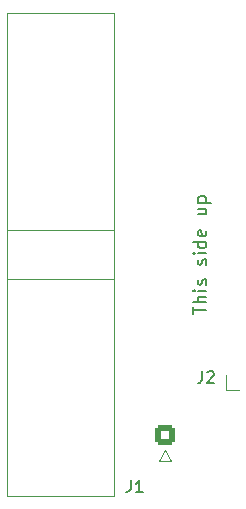
<source format=gbr>
%TF.GenerationSoftware,KiCad,Pcbnew,7.0.11*%
%TF.CreationDate,2025-03-11T16:20:29+01:00*%
%TF.ProjectId,pal-2-sd-shield-adapter,70616c2d-322d-4736-942d-736869656c64,rev?*%
%TF.SameCoordinates,Original*%
%TF.FileFunction,Legend,Top*%
%TF.FilePolarity,Positive*%
%FSLAX46Y46*%
G04 Gerber Fmt 4.6, Leading zero omitted, Abs format (unit mm)*
G04 Created by KiCad (PCBNEW 7.0.11) date 2025-03-11 16:20:29*
%MOMM*%
%LPD*%
G01*
G04 APERTURE LIST*
G04 Aperture macros list*
%AMRoundRect*
0 Rectangle with rounded corners*
0 $1 Rounding radius*
0 $2 $3 $4 $5 $6 $7 $8 $9 X,Y pos of 4 corners*
0 Add a 4 corners polygon primitive as box body*
4,1,4,$2,$3,$4,$5,$6,$7,$8,$9,$2,$3,0*
0 Add four circle primitives for the rounded corners*
1,1,$1+$1,$2,$3*
1,1,$1+$1,$4,$5*
1,1,$1+$1,$6,$7*
1,1,$1+$1,$8,$9*
0 Add four rect primitives between the rounded corners*
20,1,$1+$1,$2,$3,$4,$5,0*
20,1,$1+$1,$4,$5,$6,$7,0*
20,1,$1+$1,$6,$7,$8,$9,0*
20,1,$1+$1,$8,$9,$2,$3,0*%
G04 Aperture macros list end*
%ADD10C,0.200000*%
%ADD11C,0.150000*%
%ADD12C,0.120000*%
%ADD13RoundRect,0.250000X0.600000X0.600000X-0.600000X0.600000X-0.600000X-0.600000X0.600000X-0.600000X0*%
%ADD14C,1.700000*%
%ADD15R,1.700000X1.700000*%
%ADD16O,1.700000X1.700000*%
G04 APERTURE END LIST*
D10*
X77168480Y-95658571D02*
X77168480Y-95029999D01*
X78268480Y-95344285D02*
X77168480Y-95344285D01*
X78268480Y-94663333D02*
X77168480Y-94663333D01*
X78268480Y-94191904D02*
X77692290Y-94191904D01*
X77692290Y-94191904D02*
X77587528Y-94244285D01*
X77587528Y-94244285D02*
X77535147Y-94349047D01*
X77535147Y-94349047D02*
X77535147Y-94506190D01*
X77535147Y-94506190D02*
X77587528Y-94610952D01*
X77587528Y-94610952D02*
X77639909Y-94663333D01*
X78268480Y-93668095D02*
X77535147Y-93668095D01*
X77168480Y-93668095D02*
X77220861Y-93720476D01*
X77220861Y-93720476D02*
X77273242Y-93668095D01*
X77273242Y-93668095D02*
X77220861Y-93615714D01*
X77220861Y-93615714D02*
X77168480Y-93668095D01*
X77168480Y-93668095D02*
X77273242Y-93668095D01*
X78216100Y-93196666D02*
X78268480Y-93091904D01*
X78268480Y-93091904D02*
X78268480Y-92882380D01*
X78268480Y-92882380D02*
X78216100Y-92777618D01*
X78216100Y-92777618D02*
X78111338Y-92725237D01*
X78111338Y-92725237D02*
X78058957Y-92725237D01*
X78058957Y-92725237D02*
X77954195Y-92777618D01*
X77954195Y-92777618D02*
X77901814Y-92882380D01*
X77901814Y-92882380D02*
X77901814Y-93039523D01*
X77901814Y-93039523D02*
X77849433Y-93144285D01*
X77849433Y-93144285D02*
X77744671Y-93196666D01*
X77744671Y-93196666D02*
X77692290Y-93196666D01*
X77692290Y-93196666D02*
X77587528Y-93144285D01*
X77587528Y-93144285D02*
X77535147Y-93039523D01*
X77535147Y-93039523D02*
X77535147Y-92882380D01*
X77535147Y-92882380D02*
X77587528Y-92777618D01*
X78216100Y-91468095D02*
X78268480Y-91363333D01*
X78268480Y-91363333D02*
X78268480Y-91153809D01*
X78268480Y-91153809D02*
X78216100Y-91049047D01*
X78216100Y-91049047D02*
X78111338Y-90996666D01*
X78111338Y-90996666D02*
X78058957Y-90996666D01*
X78058957Y-90996666D02*
X77954195Y-91049047D01*
X77954195Y-91049047D02*
X77901814Y-91153809D01*
X77901814Y-91153809D02*
X77901814Y-91310952D01*
X77901814Y-91310952D02*
X77849433Y-91415714D01*
X77849433Y-91415714D02*
X77744671Y-91468095D01*
X77744671Y-91468095D02*
X77692290Y-91468095D01*
X77692290Y-91468095D02*
X77587528Y-91415714D01*
X77587528Y-91415714D02*
X77535147Y-91310952D01*
X77535147Y-91310952D02*
X77535147Y-91153809D01*
X77535147Y-91153809D02*
X77587528Y-91049047D01*
X78268480Y-90525238D02*
X77535147Y-90525238D01*
X77168480Y-90525238D02*
X77220861Y-90577619D01*
X77220861Y-90577619D02*
X77273242Y-90525238D01*
X77273242Y-90525238D02*
X77220861Y-90472857D01*
X77220861Y-90472857D02*
X77168480Y-90525238D01*
X77168480Y-90525238D02*
X77273242Y-90525238D01*
X78268480Y-89529999D02*
X77168480Y-89529999D01*
X78216100Y-89529999D02*
X78268480Y-89634761D01*
X78268480Y-89634761D02*
X78268480Y-89844285D01*
X78268480Y-89844285D02*
X78216100Y-89949047D01*
X78216100Y-89949047D02*
X78163719Y-90001428D01*
X78163719Y-90001428D02*
X78058957Y-90053809D01*
X78058957Y-90053809D02*
X77744671Y-90053809D01*
X77744671Y-90053809D02*
X77639909Y-90001428D01*
X77639909Y-90001428D02*
X77587528Y-89949047D01*
X77587528Y-89949047D02*
X77535147Y-89844285D01*
X77535147Y-89844285D02*
X77535147Y-89634761D01*
X77535147Y-89634761D02*
X77587528Y-89529999D01*
X78216100Y-88587142D02*
X78268480Y-88691904D01*
X78268480Y-88691904D02*
X78268480Y-88901428D01*
X78268480Y-88901428D02*
X78216100Y-89006190D01*
X78216100Y-89006190D02*
X78111338Y-89058571D01*
X78111338Y-89058571D02*
X77692290Y-89058571D01*
X77692290Y-89058571D02*
X77587528Y-89006190D01*
X77587528Y-89006190D02*
X77535147Y-88901428D01*
X77535147Y-88901428D02*
X77535147Y-88691904D01*
X77535147Y-88691904D02*
X77587528Y-88587142D01*
X77587528Y-88587142D02*
X77692290Y-88534761D01*
X77692290Y-88534761D02*
X77797052Y-88534761D01*
X77797052Y-88534761D02*
X77901814Y-89058571D01*
X77535147Y-86753809D02*
X78268480Y-86753809D01*
X77535147Y-87225238D02*
X78111338Y-87225238D01*
X78111338Y-87225238D02*
X78216100Y-87172857D01*
X78216100Y-87172857D02*
X78268480Y-87068095D01*
X78268480Y-87068095D02*
X78268480Y-86910952D01*
X78268480Y-86910952D02*
X78216100Y-86806190D01*
X78216100Y-86806190D02*
X78163719Y-86753809D01*
X77535147Y-86230000D02*
X78635147Y-86230000D01*
X77587528Y-86230000D02*
X77535147Y-86125238D01*
X77535147Y-86125238D02*
X77535147Y-85915714D01*
X77535147Y-85915714D02*
X77587528Y-85810952D01*
X77587528Y-85810952D02*
X77639909Y-85758571D01*
X77639909Y-85758571D02*
X77744671Y-85706190D01*
X77744671Y-85706190D02*
X78058957Y-85706190D01*
X78058957Y-85706190D02*
X78163719Y-85758571D01*
X78163719Y-85758571D02*
X78216100Y-85810952D01*
X78216100Y-85810952D02*
X78268480Y-85915714D01*
X78268480Y-85915714D02*
X78268480Y-86125238D01*
X78268480Y-86125238D02*
X78216100Y-86230000D01*
D11*
X71866666Y-109724819D02*
X71866666Y-110439104D01*
X71866666Y-110439104D02*
X71819047Y-110581961D01*
X71819047Y-110581961D02*
X71723809Y-110677200D01*
X71723809Y-110677200D02*
X71580952Y-110724819D01*
X71580952Y-110724819D02*
X71485714Y-110724819D01*
X72866666Y-110724819D02*
X72295238Y-110724819D01*
X72580952Y-110724819D02*
X72580952Y-109724819D01*
X72580952Y-109724819D02*
X72485714Y-109867676D01*
X72485714Y-109867676D02*
X72390476Y-109962914D01*
X72390476Y-109962914D02*
X72295238Y-110010533D01*
X77896666Y-100504819D02*
X77896666Y-101219104D01*
X77896666Y-101219104D02*
X77849047Y-101361961D01*
X77849047Y-101361961D02*
X77753809Y-101457200D01*
X77753809Y-101457200D02*
X77610952Y-101504819D01*
X77610952Y-101504819D02*
X77515714Y-101504819D01*
X78325238Y-100600057D02*
X78372857Y-100552438D01*
X78372857Y-100552438D02*
X78468095Y-100504819D01*
X78468095Y-100504819D02*
X78706190Y-100504819D01*
X78706190Y-100504819D02*
X78801428Y-100552438D01*
X78801428Y-100552438D02*
X78849047Y-100600057D01*
X78849047Y-100600057D02*
X78896666Y-100695295D01*
X78896666Y-100695295D02*
X78896666Y-100790533D01*
X78896666Y-100790533D02*
X78849047Y-100933390D01*
X78849047Y-100933390D02*
X78277619Y-101504819D01*
X78277619Y-101504819D02*
X78896666Y-101504819D01*
D12*
%TO.C,J1*%
X75240000Y-108140000D02*
X74740000Y-107140000D01*
X74740000Y-107140000D02*
X74240000Y-108140000D01*
X74240000Y-108140000D02*
X75240000Y-108140000D01*
X70470000Y-111080000D02*
X61350000Y-111080000D01*
X70470000Y-92680000D02*
X61350000Y-92680000D01*
X70470000Y-88580000D02*
X61350000Y-88580000D01*
X70470000Y-70180000D02*
X70470000Y-111080000D01*
X61350000Y-111080000D02*
X61350000Y-70180000D01*
X61350000Y-70180000D02*
X70470000Y-70180000D01*
%TO.C,J2*%
X81055000Y-102120000D02*
X79945000Y-102120000D01*
X79945000Y-102120000D02*
X79945000Y-100790000D01*
%TD*%
%LPC*%
D13*
%TO.C,J1*%
X74740000Y-105870000D03*
D14*
X72200000Y-105870000D03*
X74740000Y-103330000D03*
X72200000Y-103330000D03*
X74740000Y-100790000D03*
X72200000Y-100790000D03*
X74740000Y-98250000D03*
X72200000Y-98250000D03*
X74740000Y-95710000D03*
X72200000Y-95710000D03*
X74740000Y-93170000D03*
X72200000Y-93170000D03*
X74740000Y-90630000D03*
X72200000Y-90630000D03*
X74740000Y-88090000D03*
X72200000Y-88090000D03*
X74740000Y-85550000D03*
X72200000Y-85550000D03*
X74740000Y-83010000D03*
X72200000Y-83010000D03*
X74740000Y-80470000D03*
X72200000Y-80470000D03*
X74740000Y-77930000D03*
X72200000Y-77930000D03*
X74740000Y-75390000D03*
X72200000Y-75390000D03*
%TD*%
D15*
%TO.C,J2*%
X81055000Y-100790000D03*
D16*
X83595000Y-100790000D03*
X81055000Y-98250000D03*
X83595000Y-98250000D03*
X81055000Y-95710000D03*
X83595000Y-95710000D03*
X81055000Y-93170000D03*
X83595000Y-93170000D03*
X81055000Y-90630000D03*
X83595000Y-90630000D03*
X81055000Y-88090000D03*
X83595000Y-88090000D03*
X81055000Y-85550000D03*
X83595000Y-85550000D03*
X81055000Y-83010000D03*
X83595000Y-83010000D03*
X81055000Y-80470000D03*
X83595000Y-80470000D03*
%TD*%
%LPD*%
M02*

</source>
